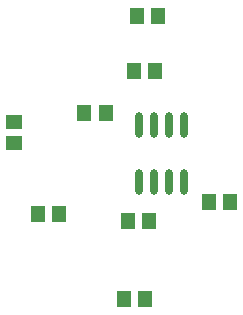
<source format=gbp>
%FSLAX42Y42*%
%MOMM*%
G71*
G01*
G75*
G04 Layer_Color=128*
%ADD10R,1.20X1.40*%
%ADD11O,0.60X2.20*%
%ADD12R,1.40X1.20*%
%ADD13R,1.10X0.65*%
%ADD14R,1.40X1.10*%
%ADD15O,0.60X2.30*%
%ADD16R,2.00X1.30*%
%ADD17R,2.00X2.00*%
%ADD18R,0.65X1.10*%
%ADD19C,0.25*%
%ADD20R,1.50X1.50*%
%ADD21C,1.50*%
%ADD22C,2.50*%
%ADD23R,1.50X1.50*%
%ADD24C,1.27*%
%ADD25C,0.25*%
%ADD26C,0.60*%
%ADD27C,0.20*%
%ADD28C,0.20*%
%ADD29R,1.40X1.60*%
%ADD30O,0.80X2.40*%
%ADD31R,1.60X1.40*%
%ADD32R,1.30X0.85*%
%ADD33R,1.60X1.30*%
%ADD34O,0.80X2.50*%
%ADD35R,2.20X1.50*%
%ADD36R,2.20X2.20*%
%ADD37R,0.85X1.30*%
%ADD38R,1.70X1.70*%
%ADD39C,1.70*%
%ADD40C,2.70*%
%ADD41R,1.70X1.70*%
%ADD42C,1.47*%
D10*
X4141Y3162D02*
D03*
X3961D02*
D03*
X4560Y3518D02*
D03*
X4380D02*
D03*
X5015Y2413D02*
D03*
X5195D02*
D03*
X4586Y3988D02*
D03*
X4406D02*
D03*
X3568Y2311D02*
D03*
X3748D02*
D03*
X4510Y2248D02*
D03*
X4330D02*
D03*
X4472Y1588D02*
D03*
X4292D02*
D03*
D11*
X4801Y2579D02*
D03*
X4674D02*
D03*
X4547D02*
D03*
X4420D02*
D03*
X4801Y3059D02*
D03*
X4674D02*
D03*
X4547D02*
D03*
X4420D02*
D03*
D12*
X3365Y2907D02*
D03*
Y3087D02*
D03*
M02*

</source>
